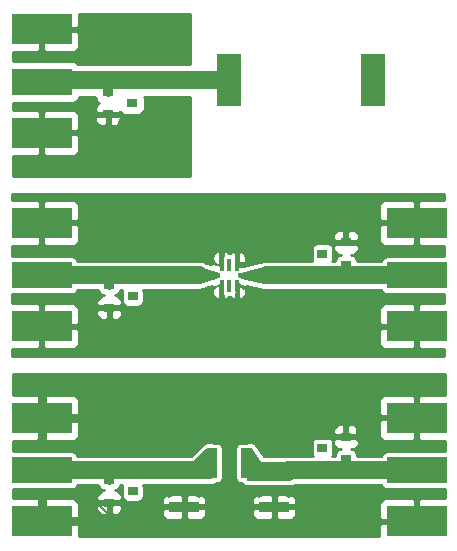
<source format=gbr>
G04 #@! TF.GenerationSoftware,KiCad,Pcbnew,(2017-05-02 revision e4d2924ee)-makepkg*
G04 #@! TF.CreationDate,2017-08-14T20:40:29-05:00*
G04 #@! TF.ProjectId,MiscRf,4D69736352662E6B696361645F706362,rev?*
G04 #@! TF.FileFunction,Copper,L1,Top,Signal*
G04 #@! TF.FilePolarity,Positive*
%FSLAX46Y46*%
G04 Gerber Fmt 4.6, Leading zero omitted, Abs format (unit mm)*
G04 Created by KiCad (PCBNEW (2017-05-02 revision e4d2924ee)-makepkg) date 08/14/17 20:40:29*
%MOMM*%
%LPD*%
G01*
G04 APERTURE LIST*
%ADD10C,0.100000*%
%ADD11R,2.000000X4.500000*%
%ADD12R,0.900000X0.800000*%
%ADD13R,5.080000X2.616200*%
%ADD14R,5.080000X2.286000*%
%ADD15R,2.500000X0.900000*%
%ADD16R,0.900000X2.500000*%
%ADD17R,0.350000X1.000000*%
%ADD18R,1.000000X0.350000*%
%ADD19C,0.800000*%
%ADD20C,1.524000*%
%ADD21C,0.762000*%
%ADD22C,0.203200*%
%ADD23C,0.250000*%
%ADD24C,0.254000*%
G04 APERTURE END LIST*
D10*
D11*
X177165000Y-57150000D03*
X189365000Y-57150000D03*
D12*
X168910000Y-59055000D03*
X166910000Y-60005000D03*
X166910000Y-58105000D03*
X167005000Y-74488000D03*
X167005000Y-76388000D03*
X169005000Y-75438000D03*
X169005000Y-91948000D03*
X167005000Y-92898000D03*
X167005000Y-90998000D03*
X185055000Y-71816000D03*
X187055000Y-70866000D03*
X187055000Y-72766000D03*
X187055000Y-89215000D03*
X187055000Y-87315000D03*
X185055000Y-88265000D03*
D13*
X161290000Y-61595000D03*
X161290000Y-52832000D03*
D14*
X161290000Y-57277000D03*
X161290000Y-73660000D03*
D13*
X161290000Y-69215000D03*
X161290000Y-77978000D03*
X193040000Y-77978000D03*
X193040000Y-69215000D03*
D14*
X193040000Y-73660000D03*
X161290000Y-90170000D03*
D13*
X161290000Y-85725000D03*
X161290000Y-94488000D03*
X193040000Y-94488000D03*
X193040000Y-85725000D03*
D14*
X193040000Y-90170000D03*
D15*
X173355000Y-93271000D03*
X173355000Y-90371000D03*
D16*
X175715000Y-89535000D03*
X178615000Y-89535000D03*
D15*
X180975000Y-90371000D03*
X180975000Y-93271000D03*
D17*
X177815000Y-72760000D03*
X177165000Y-72760000D03*
X176515000Y-72760000D03*
D18*
X175890000Y-73660000D03*
D17*
X176515000Y-74560000D03*
X177165000Y-74560000D03*
X177815000Y-74560000D03*
D18*
X178440000Y-73660000D03*
D19*
X160020000Y-92075000D03*
X162560000Y-92075000D03*
X165100000Y-92075000D03*
X167005000Y-94615000D03*
X169545000Y-93345000D03*
X172085000Y-92075000D03*
X174625000Y-92075000D03*
X177165000Y-92075000D03*
X179705000Y-92075000D03*
X182245000Y-92075000D03*
X184785000Y-92075000D03*
X188595000Y-92075000D03*
X191135000Y-92075000D03*
X193675000Y-92075000D03*
X193675000Y-88265000D03*
X191135000Y-88265000D03*
X188595000Y-88265000D03*
X187960000Y-85725000D03*
X184785000Y-86995000D03*
X182880000Y-88265000D03*
X180340000Y-88265000D03*
X177165000Y-87630000D03*
X174625000Y-87630000D03*
X172085000Y-88265000D03*
X169545000Y-88265000D03*
X167005000Y-88265000D03*
X164465000Y-88265000D03*
X161925000Y-88265000D03*
X159385000Y-88265000D03*
X173482000Y-58928000D03*
X170942000Y-58928000D03*
X168148000Y-60706000D03*
X165608000Y-59436000D03*
X163068000Y-59436000D03*
X161290000Y-59436000D03*
X173355000Y-55245000D03*
X170815000Y-55245000D03*
X168275000Y-55245000D03*
X165735000Y-55245000D03*
X163195000Y-55245000D03*
X161290000Y-55245000D03*
X165735000Y-75565000D03*
X163195000Y-75565000D03*
X161290000Y-75565000D03*
X194310000Y-71755000D03*
X191770000Y-71755000D03*
X188595000Y-71755000D03*
X194310000Y-75565000D03*
X191770000Y-75565000D03*
X188595000Y-75565000D03*
X186055000Y-75565000D03*
X183515000Y-75565000D03*
X180975000Y-75565000D03*
X183515000Y-71755000D03*
X180975000Y-71755000D03*
X161290000Y-71755000D03*
X163195000Y-71755000D03*
X165735000Y-71755000D03*
X167640000Y-71755000D03*
X169545000Y-71755000D03*
X171450000Y-71755000D03*
X173355000Y-71755000D03*
X169545000Y-76835000D03*
X171450000Y-75565000D03*
X173355000Y-75565000D03*
X175260000Y-72009000D03*
X178943000Y-72136000D03*
X179070000Y-75311000D03*
X175260000Y-75438000D03*
X177800000Y-76073000D03*
X176530000Y-76073000D03*
X177800000Y-71247000D03*
X176530000Y-71247000D03*
D20*
X177165000Y-57150000D02*
X167005000Y-57150000D01*
X167005000Y-57150000D02*
X161417000Y-57150000D01*
D21*
X166910000Y-58105000D02*
X166910000Y-57245000D01*
X166910000Y-57245000D02*
X167005000Y-57150000D01*
D20*
X161417000Y-57150000D02*
X161290000Y-57277000D01*
D22*
X162560000Y-92075000D02*
X160020000Y-92075000D01*
X167005000Y-94615000D02*
X167005000Y-93980000D01*
X167005000Y-93980000D02*
X165100000Y-92075000D01*
X172085000Y-92075000D02*
X170815000Y-92075000D01*
X170815000Y-92075000D02*
X169545000Y-93345000D01*
X177165000Y-92075000D02*
X174625000Y-92075000D01*
X182245000Y-92075000D02*
X179705000Y-92075000D01*
X188595000Y-92075000D02*
X184785000Y-92075000D01*
X193675000Y-92075000D02*
X191135000Y-92075000D01*
X191135000Y-88265000D02*
X193675000Y-88265000D01*
X187960000Y-85725000D02*
X187960000Y-87630000D01*
X187960000Y-87630000D02*
X188595000Y-88265000D01*
X182880000Y-88265000D02*
X183515000Y-88265000D01*
X183515000Y-88265000D02*
X184785000Y-86995000D01*
X177165000Y-87630000D02*
X179705000Y-87630000D01*
X179705000Y-87630000D02*
X180340000Y-88265000D01*
X172085000Y-88265000D02*
X173990000Y-88265000D01*
X173990000Y-88265000D02*
X174625000Y-87630000D01*
X167005000Y-88265000D02*
X169545000Y-88265000D01*
X161925000Y-88265000D02*
X164465000Y-88265000D01*
X161290000Y-85725000D02*
X161290000Y-87236300D01*
X161290000Y-87236300D02*
X160261300Y-88265000D01*
X160261300Y-88265000D02*
X159385000Y-88265000D01*
X168148000Y-60706000D02*
X168547999Y-60306001D01*
X168547999Y-60306001D02*
X169563999Y-60306001D01*
X169563999Y-60306001D02*
X170942000Y-58928000D01*
X163068000Y-59436000D02*
X165608000Y-59436000D01*
X161290000Y-61595000D02*
X161290000Y-59436000D01*
X168275000Y-55245000D02*
X170815000Y-55245000D01*
X163195000Y-55245000D02*
X165735000Y-55245000D01*
X161290000Y-52832000D02*
X161290000Y-55245000D01*
X161290000Y-75565000D02*
X163195000Y-75565000D01*
X188595000Y-71755000D02*
X191770000Y-71755000D01*
X191770000Y-75565000D02*
X194310000Y-75565000D01*
X186055000Y-75565000D02*
X188595000Y-75565000D01*
X180975000Y-75565000D02*
X183515000Y-75565000D01*
X180975000Y-71755000D02*
X183515000Y-71755000D01*
X165735000Y-71755000D02*
X163195000Y-71755000D01*
X169545000Y-71755000D02*
X167640000Y-71755000D01*
X173355000Y-71755000D02*
X171450000Y-71755000D01*
X171450000Y-75565000D02*
X170815000Y-75565000D01*
X170815000Y-75565000D02*
X169545000Y-76835000D01*
X175260000Y-75438000D02*
X173482000Y-75438000D01*
X173482000Y-75438000D02*
X173355000Y-75565000D01*
X176515000Y-72760000D02*
X176011000Y-72760000D01*
X176011000Y-72760000D02*
X175260000Y-72009000D01*
X177815000Y-72760000D02*
X178319000Y-72760000D01*
X178319000Y-72760000D02*
X178943000Y-72136000D01*
X177815000Y-74560000D02*
X178319000Y-74560000D01*
X178319000Y-74560000D02*
X179070000Y-75311000D01*
X176515000Y-74560000D02*
X176138000Y-74560000D01*
X176138000Y-74560000D02*
X175260000Y-75438000D01*
X177815000Y-74560000D02*
X177815000Y-76058000D01*
X177815000Y-76058000D02*
X177800000Y-76073000D01*
X176515000Y-74560000D02*
X176515000Y-76058000D01*
X176515000Y-76058000D02*
X176530000Y-76073000D01*
X177815000Y-72760000D02*
X177815000Y-71262000D01*
X177815000Y-71262000D02*
X177800000Y-71247000D01*
X176515000Y-72760000D02*
X176515000Y-71262000D01*
X176515000Y-71262000D02*
X176530000Y-71247000D01*
X175766800Y-72390000D02*
X175641000Y-72390000D01*
X176515000Y-72760000D02*
X176136800Y-72760000D01*
X176136800Y-72760000D02*
X175766800Y-72390000D01*
X177815000Y-74560000D02*
X178193200Y-74560000D01*
X178193200Y-74560000D02*
X178816000Y-75182800D01*
X176515000Y-74560000D02*
X176136800Y-74560000D01*
X176136800Y-74560000D02*
X175641000Y-75055800D01*
D21*
X161290000Y-94488000D02*
X165100000Y-94488000D01*
X161201100Y-92329000D02*
X161290000Y-92417900D01*
X161290000Y-94488000D02*
X161290000Y-92417900D01*
X161201100Y-87884000D02*
X161290000Y-87795100D01*
X161290000Y-85725000D02*
X161290000Y-87795100D01*
X161290000Y-85725000D02*
X165227000Y-85725000D01*
X161290000Y-85725000D02*
X161290000Y-82931000D01*
D23*
X175890000Y-73660000D02*
X174625000Y-73660000D01*
D21*
X167005000Y-74488000D02*
X167005000Y-73773000D01*
D20*
X161290000Y-73660000D02*
X167005000Y-73660000D01*
X167005000Y-73660000D02*
X174625000Y-73660000D01*
D21*
X167005000Y-73773000D02*
X167005000Y-73660000D01*
D23*
X173355000Y-90371000D02*
X174879000Y-90371000D01*
X174879000Y-90371000D02*
X175715000Y-89535000D01*
D20*
X161290000Y-90170000D02*
X167005000Y-90170000D01*
X167005000Y-90170000D02*
X174117000Y-90170000D01*
D21*
X167005000Y-90998000D02*
X167005000Y-90170000D01*
D23*
X178440000Y-73660000D02*
X180340000Y-73660000D01*
D20*
X193040000Y-73660000D02*
X187071000Y-73660000D01*
X187071000Y-73660000D02*
X180340000Y-73660000D01*
D21*
X187055000Y-72766000D02*
X187055000Y-73644000D01*
X187055000Y-73644000D02*
X187071000Y-73660000D01*
D23*
X180975000Y-90371000D02*
X179451000Y-90371000D01*
X179451000Y-90371000D02*
X178615000Y-89535000D01*
D20*
X191643000Y-90170000D02*
X187198000Y-90170000D01*
X187198000Y-90170000D02*
X182245000Y-90170000D01*
D21*
X187055000Y-89215000D02*
X187055000Y-90027000D01*
X187055000Y-90027000D02*
X187198000Y-90170000D01*
D20*
X193040000Y-90170000D02*
X191643000Y-90170000D01*
D24*
G36*
X176523843Y-75060000D02*
X176559327Y-75238391D01*
X176602500Y-75303004D01*
X176602500Y-75536250D01*
X176761250Y-75695000D01*
X176816309Y-75695000D01*
X177049698Y-75598327D01*
X177121868Y-75526157D01*
X177208132Y-75526157D01*
X177280302Y-75598327D01*
X177513691Y-75695000D01*
X177568750Y-75695000D01*
X177727500Y-75536250D01*
X177727500Y-75303004D01*
X177770673Y-75238391D01*
X177806157Y-75060000D01*
X177806157Y-74413000D01*
X177871018Y-74413000D01*
X177902500Y-74419392D01*
X177902500Y-74433000D01*
X177962000Y-74433000D01*
X177962000Y-74687000D01*
X177902500Y-74687000D01*
X177902500Y-75536250D01*
X178061250Y-75695000D01*
X178116309Y-75695000D01*
X178349698Y-75598327D01*
X178528327Y-75419699D01*
X178625000Y-75186310D01*
X178625000Y-74845750D01*
X178466252Y-74687002D01*
X178625000Y-74687002D01*
X178625000Y-74566093D01*
X180122024Y-74870057D01*
X180213000Y-74879200D01*
X180276500Y-74866569D01*
X180340000Y-74879200D01*
X190049000Y-74879200D01*
X190069327Y-74981391D01*
X190170377Y-75132623D01*
X190321609Y-75233673D01*
X190500000Y-75269157D01*
X195386566Y-75269157D01*
X195386566Y-76034900D01*
X193325750Y-76034900D01*
X193167000Y-76193650D01*
X193167000Y-77851000D01*
X193187000Y-77851000D01*
X193187000Y-78105000D01*
X193167000Y-78105000D01*
X193167000Y-79762350D01*
X193325750Y-79921100D01*
X195386566Y-79921100D01*
X195386566Y-80518000D01*
X158810566Y-80518000D01*
X158810566Y-79921100D01*
X161004250Y-79921100D01*
X161163000Y-79762350D01*
X161163000Y-78105000D01*
X161417000Y-78105000D01*
X161417000Y-79762350D01*
X161575750Y-79921100D01*
X163956310Y-79921100D01*
X164189699Y-79824427D01*
X164368327Y-79645798D01*
X164465000Y-79412409D01*
X164465000Y-78263750D01*
X189865000Y-78263750D01*
X189865000Y-79412409D01*
X189961673Y-79645798D01*
X190140301Y-79824427D01*
X190373690Y-79921100D01*
X192754250Y-79921100D01*
X192913000Y-79762350D01*
X192913000Y-78105000D01*
X190023750Y-78105000D01*
X189865000Y-78263750D01*
X164465000Y-78263750D01*
X164306250Y-78105000D01*
X161417000Y-78105000D01*
X161163000Y-78105000D01*
X161143000Y-78105000D01*
X161143000Y-77851000D01*
X161163000Y-77851000D01*
X161163000Y-76193650D01*
X161417000Y-76193650D01*
X161417000Y-77851000D01*
X164306250Y-77851000D01*
X164465000Y-77692250D01*
X164465000Y-76673750D01*
X165920000Y-76673750D01*
X165920000Y-76914310D01*
X166016673Y-77147699D01*
X166195302Y-77326327D01*
X166428691Y-77423000D01*
X166719250Y-77423000D01*
X166878000Y-77264250D01*
X166878000Y-76515000D01*
X167132000Y-76515000D01*
X167132000Y-77264250D01*
X167290750Y-77423000D01*
X167581309Y-77423000D01*
X167814698Y-77326327D01*
X167993327Y-77147699D01*
X168090000Y-76914310D01*
X168090000Y-76673750D01*
X167959841Y-76543591D01*
X189865000Y-76543591D01*
X189865000Y-77692250D01*
X190023750Y-77851000D01*
X192913000Y-77851000D01*
X192913000Y-76193650D01*
X192754250Y-76034900D01*
X190373690Y-76034900D01*
X190140301Y-76131573D01*
X189961673Y-76310202D01*
X189865000Y-76543591D01*
X167959841Y-76543591D01*
X167931250Y-76515000D01*
X167132000Y-76515000D01*
X166878000Y-76515000D01*
X166078750Y-76515000D01*
X165920000Y-76673750D01*
X164465000Y-76673750D01*
X164465000Y-76543591D01*
X164368327Y-76310202D01*
X164189699Y-76131573D01*
X163956310Y-76034900D01*
X161575750Y-76034900D01*
X161417000Y-76193650D01*
X161163000Y-76193650D01*
X161004250Y-76034900D01*
X158810566Y-76034900D01*
X158810566Y-75269157D01*
X163830000Y-75269157D01*
X164008391Y-75233673D01*
X164159623Y-75132623D01*
X164260673Y-74981391D01*
X164281000Y-74879200D01*
X166088843Y-74879200D01*
X166088843Y-74888000D01*
X166124327Y-75066391D01*
X166225377Y-75217623D01*
X166376609Y-75318673D01*
X166549183Y-75353000D01*
X166428691Y-75353000D01*
X166195302Y-75449673D01*
X166016673Y-75628301D01*
X165920000Y-75861690D01*
X165920000Y-76102250D01*
X166078750Y-76261000D01*
X166878000Y-76261000D01*
X166878000Y-76241000D01*
X167132000Y-76241000D01*
X167132000Y-76261000D01*
X167931250Y-76261000D01*
X168090000Y-76102250D01*
X168090000Y-75861690D01*
X167993327Y-75628301D01*
X167814698Y-75449673D01*
X167581309Y-75353000D01*
X167460817Y-75353000D01*
X167633391Y-75318673D01*
X167784623Y-75217623D01*
X167885673Y-75066391D01*
X167921157Y-74888000D01*
X167921157Y-74879200D01*
X168120430Y-74879200D01*
X168088843Y-75038000D01*
X168088843Y-75838000D01*
X168124327Y-76016391D01*
X168225377Y-76167623D01*
X168376609Y-76268673D01*
X168555000Y-76304157D01*
X169455000Y-76304157D01*
X169633391Y-76268673D01*
X169784623Y-76167623D01*
X169885673Y-76016391D01*
X169921157Y-75838000D01*
X169921157Y-75038000D01*
X169889570Y-74879200D01*
X174625000Y-74879200D01*
X174687295Y-74866809D01*
X174750602Y-74861609D01*
X174835770Y-74837275D01*
X175091568Y-74786394D01*
X175149623Y-74747603D01*
X175705000Y-74588924D01*
X175705000Y-74687002D01*
X175863748Y-74687002D01*
X175705000Y-74845750D01*
X175705000Y-75186310D01*
X175801673Y-75419699D01*
X175980302Y-75598327D01*
X176213691Y-75695000D01*
X176268750Y-75695000D01*
X176427500Y-75536250D01*
X176427500Y-74687000D01*
X176368000Y-74687000D01*
X176368000Y-74433000D01*
X176427500Y-74433000D01*
X176427500Y-74413000D01*
X176523843Y-74413000D01*
X176523843Y-75060000D01*
X176523843Y-75060000D01*
G37*
X176523843Y-75060000D02*
X176559327Y-75238391D01*
X176602500Y-75303004D01*
X176602500Y-75536250D01*
X176761250Y-75695000D01*
X176816309Y-75695000D01*
X177049698Y-75598327D01*
X177121868Y-75526157D01*
X177208132Y-75526157D01*
X177280302Y-75598327D01*
X177513691Y-75695000D01*
X177568750Y-75695000D01*
X177727500Y-75536250D01*
X177727500Y-75303004D01*
X177770673Y-75238391D01*
X177806157Y-75060000D01*
X177806157Y-74413000D01*
X177871018Y-74413000D01*
X177902500Y-74419392D01*
X177902500Y-74433000D01*
X177962000Y-74433000D01*
X177962000Y-74687000D01*
X177902500Y-74687000D01*
X177902500Y-75536250D01*
X178061250Y-75695000D01*
X178116309Y-75695000D01*
X178349698Y-75598327D01*
X178528327Y-75419699D01*
X178625000Y-75186310D01*
X178625000Y-74845750D01*
X178466252Y-74687002D01*
X178625000Y-74687002D01*
X178625000Y-74566093D01*
X180122024Y-74870057D01*
X180213000Y-74879200D01*
X180276500Y-74866569D01*
X180340000Y-74879200D01*
X190049000Y-74879200D01*
X190069327Y-74981391D01*
X190170377Y-75132623D01*
X190321609Y-75233673D01*
X190500000Y-75269157D01*
X195386566Y-75269157D01*
X195386566Y-76034900D01*
X193325750Y-76034900D01*
X193167000Y-76193650D01*
X193167000Y-77851000D01*
X193187000Y-77851000D01*
X193187000Y-78105000D01*
X193167000Y-78105000D01*
X193167000Y-79762350D01*
X193325750Y-79921100D01*
X195386566Y-79921100D01*
X195386566Y-80518000D01*
X158810566Y-80518000D01*
X158810566Y-79921100D01*
X161004250Y-79921100D01*
X161163000Y-79762350D01*
X161163000Y-78105000D01*
X161417000Y-78105000D01*
X161417000Y-79762350D01*
X161575750Y-79921100D01*
X163956310Y-79921100D01*
X164189699Y-79824427D01*
X164368327Y-79645798D01*
X164465000Y-79412409D01*
X164465000Y-78263750D01*
X189865000Y-78263750D01*
X189865000Y-79412409D01*
X189961673Y-79645798D01*
X190140301Y-79824427D01*
X190373690Y-79921100D01*
X192754250Y-79921100D01*
X192913000Y-79762350D01*
X192913000Y-78105000D01*
X190023750Y-78105000D01*
X189865000Y-78263750D01*
X164465000Y-78263750D01*
X164306250Y-78105000D01*
X161417000Y-78105000D01*
X161163000Y-78105000D01*
X161143000Y-78105000D01*
X161143000Y-77851000D01*
X161163000Y-77851000D01*
X161163000Y-76193650D01*
X161417000Y-76193650D01*
X161417000Y-77851000D01*
X164306250Y-77851000D01*
X164465000Y-77692250D01*
X164465000Y-76673750D01*
X165920000Y-76673750D01*
X165920000Y-76914310D01*
X166016673Y-77147699D01*
X166195302Y-77326327D01*
X166428691Y-77423000D01*
X166719250Y-77423000D01*
X166878000Y-77264250D01*
X166878000Y-76515000D01*
X167132000Y-76515000D01*
X167132000Y-77264250D01*
X167290750Y-77423000D01*
X167581309Y-77423000D01*
X167814698Y-77326327D01*
X167993327Y-77147699D01*
X168090000Y-76914310D01*
X168090000Y-76673750D01*
X167959841Y-76543591D01*
X189865000Y-76543591D01*
X189865000Y-77692250D01*
X190023750Y-77851000D01*
X192913000Y-77851000D01*
X192913000Y-76193650D01*
X192754250Y-76034900D01*
X190373690Y-76034900D01*
X190140301Y-76131573D01*
X189961673Y-76310202D01*
X189865000Y-76543591D01*
X167959841Y-76543591D01*
X167931250Y-76515000D01*
X167132000Y-76515000D01*
X166878000Y-76515000D01*
X166078750Y-76515000D01*
X165920000Y-76673750D01*
X164465000Y-76673750D01*
X164465000Y-76543591D01*
X164368327Y-76310202D01*
X164189699Y-76131573D01*
X163956310Y-76034900D01*
X161575750Y-76034900D01*
X161417000Y-76193650D01*
X161163000Y-76193650D01*
X161004250Y-76034900D01*
X158810566Y-76034900D01*
X158810566Y-75269157D01*
X163830000Y-75269157D01*
X164008391Y-75233673D01*
X164159623Y-75132623D01*
X164260673Y-74981391D01*
X164281000Y-74879200D01*
X166088843Y-74879200D01*
X166088843Y-74888000D01*
X166124327Y-75066391D01*
X166225377Y-75217623D01*
X166376609Y-75318673D01*
X166549183Y-75353000D01*
X166428691Y-75353000D01*
X166195302Y-75449673D01*
X166016673Y-75628301D01*
X165920000Y-75861690D01*
X165920000Y-76102250D01*
X166078750Y-76261000D01*
X166878000Y-76261000D01*
X166878000Y-76241000D01*
X167132000Y-76241000D01*
X167132000Y-76261000D01*
X167931250Y-76261000D01*
X168090000Y-76102250D01*
X168090000Y-75861690D01*
X167993327Y-75628301D01*
X167814698Y-75449673D01*
X167581309Y-75353000D01*
X167460817Y-75353000D01*
X167633391Y-75318673D01*
X167784623Y-75217623D01*
X167885673Y-75066391D01*
X167921157Y-74888000D01*
X167921157Y-74879200D01*
X168120430Y-74879200D01*
X168088843Y-75038000D01*
X168088843Y-75838000D01*
X168124327Y-76016391D01*
X168225377Y-76167623D01*
X168376609Y-76268673D01*
X168555000Y-76304157D01*
X169455000Y-76304157D01*
X169633391Y-76268673D01*
X169784623Y-76167623D01*
X169885673Y-76016391D01*
X169921157Y-75838000D01*
X169921157Y-75038000D01*
X169889570Y-74879200D01*
X174625000Y-74879200D01*
X174687295Y-74866809D01*
X174750602Y-74861609D01*
X174835770Y-74837275D01*
X175091568Y-74786394D01*
X175149623Y-74747603D01*
X175705000Y-74588924D01*
X175705000Y-74687002D01*
X175863748Y-74687002D01*
X175705000Y-74845750D01*
X175705000Y-75186310D01*
X175801673Y-75419699D01*
X175980302Y-75598327D01*
X176213691Y-75695000D01*
X176268750Y-75695000D01*
X176427500Y-75536250D01*
X176427500Y-74687000D01*
X176368000Y-74687000D01*
X176368000Y-74433000D01*
X176427500Y-74433000D01*
X176427500Y-74413000D01*
X176523843Y-74413000D01*
X176523843Y-75060000D01*
G36*
X195386566Y-67271900D02*
X193325750Y-67271900D01*
X193167000Y-67430650D01*
X193167000Y-69088000D01*
X193187000Y-69088000D01*
X193187000Y-69342000D01*
X193167000Y-69342000D01*
X193167000Y-70999350D01*
X193325750Y-71158100D01*
X195386566Y-71158100D01*
X195386566Y-72050843D01*
X190500000Y-72050843D01*
X190321609Y-72086327D01*
X190170377Y-72187377D01*
X190069327Y-72338609D01*
X190049000Y-72440800D01*
X187971157Y-72440800D01*
X187971157Y-72366000D01*
X187935673Y-72187609D01*
X187834623Y-72036377D01*
X187683391Y-71935327D01*
X187510817Y-71901000D01*
X187631309Y-71901000D01*
X187864698Y-71804327D01*
X188043327Y-71625699D01*
X188140000Y-71392310D01*
X188140000Y-71151750D01*
X187981250Y-70993000D01*
X187182000Y-70993000D01*
X187182000Y-71013000D01*
X186928000Y-71013000D01*
X186928000Y-70993000D01*
X186128750Y-70993000D01*
X185970000Y-71151750D01*
X185970000Y-71392310D01*
X186066673Y-71625699D01*
X186245302Y-71804327D01*
X186478691Y-71901000D01*
X186599183Y-71901000D01*
X186426609Y-71935327D01*
X186275377Y-72036377D01*
X186174327Y-72187609D01*
X186138843Y-72366000D01*
X186138843Y-72440800D01*
X185904663Y-72440800D01*
X185935673Y-72394391D01*
X185971157Y-72216000D01*
X185971157Y-71416000D01*
X185935673Y-71237609D01*
X185834623Y-71086377D01*
X185683391Y-70985327D01*
X185505000Y-70949843D01*
X184605000Y-70949843D01*
X184426609Y-70985327D01*
X184275377Y-71086377D01*
X184174327Y-71237609D01*
X184138843Y-71416000D01*
X184138843Y-72216000D01*
X184174327Y-72394391D01*
X184205337Y-72440800D01*
X180340000Y-72440800D01*
X180293204Y-72450108D01*
X180281950Y-72446029D01*
X180103740Y-72454047D01*
X178344532Y-72887000D01*
X177902500Y-72887000D01*
X177902500Y-72907000D01*
X177806157Y-72907000D01*
X177806157Y-72260000D01*
X177770673Y-72081609D01*
X177727500Y-72016996D01*
X177727500Y-71783750D01*
X177902500Y-71783750D01*
X177902500Y-72633000D01*
X178466250Y-72633000D01*
X178625000Y-72474250D01*
X178625000Y-72133690D01*
X178528327Y-71900301D01*
X178349698Y-71721673D01*
X178116309Y-71625000D01*
X178061250Y-71625000D01*
X177902500Y-71783750D01*
X177727500Y-71783750D01*
X177568750Y-71625000D01*
X177513691Y-71625000D01*
X177280302Y-71721673D01*
X177208132Y-71793843D01*
X177121868Y-71793843D01*
X177049698Y-71721673D01*
X176816309Y-71625000D01*
X176761250Y-71625000D01*
X176602500Y-71783750D01*
X176602500Y-72016996D01*
X176559327Y-72081609D01*
X176523843Y-72260000D01*
X176523843Y-72907000D01*
X176427500Y-72907000D01*
X176427500Y-72887000D01*
X176368000Y-72887000D01*
X176368000Y-72633000D01*
X176427500Y-72633000D01*
X176427500Y-71783750D01*
X176268750Y-71625000D01*
X176213691Y-71625000D01*
X175980302Y-71721673D01*
X175801673Y-71900301D01*
X175705000Y-72133690D01*
X175705000Y-72474250D01*
X175863748Y-72632998D01*
X175705000Y-72632998D01*
X175705000Y-72731076D01*
X175149623Y-72572397D01*
X175091568Y-72533606D01*
X174835770Y-72482725D01*
X174750602Y-72458391D01*
X174625000Y-72440800D01*
X164281000Y-72440800D01*
X164260673Y-72338609D01*
X164159623Y-72187377D01*
X164008391Y-72086327D01*
X163830000Y-72050843D01*
X158810566Y-72050843D01*
X158810566Y-71158100D01*
X161004250Y-71158100D01*
X161163000Y-70999350D01*
X161163000Y-69342000D01*
X161417000Y-69342000D01*
X161417000Y-70999350D01*
X161575750Y-71158100D01*
X163956310Y-71158100D01*
X164189699Y-71061427D01*
X164368327Y-70882798D01*
X164465000Y-70649409D01*
X164465000Y-70339690D01*
X185970000Y-70339690D01*
X185970000Y-70580250D01*
X186128750Y-70739000D01*
X186928000Y-70739000D01*
X186928000Y-69989750D01*
X187182000Y-69989750D01*
X187182000Y-70739000D01*
X187981250Y-70739000D01*
X188140000Y-70580250D01*
X188140000Y-70339690D01*
X188043327Y-70106301D01*
X187864698Y-69927673D01*
X187631309Y-69831000D01*
X187340750Y-69831000D01*
X187182000Y-69989750D01*
X186928000Y-69989750D01*
X186769250Y-69831000D01*
X186478691Y-69831000D01*
X186245302Y-69927673D01*
X186066673Y-70106301D01*
X185970000Y-70339690D01*
X164465000Y-70339690D01*
X164465000Y-69500750D01*
X189865000Y-69500750D01*
X189865000Y-70649409D01*
X189961673Y-70882798D01*
X190140301Y-71061427D01*
X190373690Y-71158100D01*
X192754250Y-71158100D01*
X192913000Y-70999350D01*
X192913000Y-69342000D01*
X190023750Y-69342000D01*
X189865000Y-69500750D01*
X164465000Y-69500750D01*
X164306250Y-69342000D01*
X161417000Y-69342000D01*
X161163000Y-69342000D01*
X161143000Y-69342000D01*
X161143000Y-69088000D01*
X161163000Y-69088000D01*
X161163000Y-67430650D01*
X161417000Y-67430650D01*
X161417000Y-69088000D01*
X164306250Y-69088000D01*
X164465000Y-68929250D01*
X164465000Y-67780591D01*
X189865000Y-67780591D01*
X189865000Y-68929250D01*
X190023750Y-69088000D01*
X192913000Y-69088000D01*
X192913000Y-67430650D01*
X192754250Y-67271900D01*
X190373690Y-67271900D01*
X190140301Y-67368573D01*
X189961673Y-67547202D01*
X189865000Y-67780591D01*
X164465000Y-67780591D01*
X164368327Y-67547202D01*
X164189699Y-67368573D01*
X163956310Y-67271900D01*
X161575750Y-67271900D01*
X161417000Y-67430650D01*
X161163000Y-67430650D01*
X161004250Y-67271900D01*
X158810566Y-67271900D01*
X158810566Y-66802000D01*
X195386566Y-66802000D01*
X195386566Y-67271900D01*
X195386566Y-67271900D01*
G37*
X195386566Y-67271900D02*
X193325750Y-67271900D01*
X193167000Y-67430650D01*
X193167000Y-69088000D01*
X193187000Y-69088000D01*
X193187000Y-69342000D01*
X193167000Y-69342000D01*
X193167000Y-70999350D01*
X193325750Y-71158100D01*
X195386566Y-71158100D01*
X195386566Y-72050843D01*
X190500000Y-72050843D01*
X190321609Y-72086327D01*
X190170377Y-72187377D01*
X190069327Y-72338609D01*
X190049000Y-72440800D01*
X187971157Y-72440800D01*
X187971157Y-72366000D01*
X187935673Y-72187609D01*
X187834623Y-72036377D01*
X187683391Y-71935327D01*
X187510817Y-71901000D01*
X187631309Y-71901000D01*
X187864698Y-71804327D01*
X188043327Y-71625699D01*
X188140000Y-71392310D01*
X188140000Y-71151750D01*
X187981250Y-70993000D01*
X187182000Y-70993000D01*
X187182000Y-71013000D01*
X186928000Y-71013000D01*
X186928000Y-70993000D01*
X186128750Y-70993000D01*
X185970000Y-71151750D01*
X185970000Y-71392310D01*
X186066673Y-71625699D01*
X186245302Y-71804327D01*
X186478691Y-71901000D01*
X186599183Y-71901000D01*
X186426609Y-71935327D01*
X186275377Y-72036377D01*
X186174327Y-72187609D01*
X186138843Y-72366000D01*
X186138843Y-72440800D01*
X185904663Y-72440800D01*
X185935673Y-72394391D01*
X185971157Y-72216000D01*
X185971157Y-71416000D01*
X185935673Y-71237609D01*
X185834623Y-71086377D01*
X185683391Y-70985327D01*
X185505000Y-70949843D01*
X184605000Y-70949843D01*
X184426609Y-70985327D01*
X184275377Y-71086377D01*
X184174327Y-71237609D01*
X184138843Y-71416000D01*
X184138843Y-72216000D01*
X184174327Y-72394391D01*
X184205337Y-72440800D01*
X180340000Y-72440800D01*
X180293204Y-72450108D01*
X180281950Y-72446029D01*
X180103740Y-72454047D01*
X178344532Y-72887000D01*
X177902500Y-72887000D01*
X177902500Y-72907000D01*
X177806157Y-72907000D01*
X177806157Y-72260000D01*
X177770673Y-72081609D01*
X177727500Y-72016996D01*
X177727500Y-71783750D01*
X177902500Y-71783750D01*
X177902500Y-72633000D01*
X178466250Y-72633000D01*
X178625000Y-72474250D01*
X178625000Y-72133690D01*
X178528327Y-71900301D01*
X178349698Y-71721673D01*
X178116309Y-71625000D01*
X178061250Y-71625000D01*
X177902500Y-71783750D01*
X177727500Y-71783750D01*
X177568750Y-71625000D01*
X177513691Y-71625000D01*
X177280302Y-71721673D01*
X177208132Y-71793843D01*
X177121868Y-71793843D01*
X177049698Y-71721673D01*
X176816309Y-71625000D01*
X176761250Y-71625000D01*
X176602500Y-71783750D01*
X176602500Y-72016996D01*
X176559327Y-72081609D01*
X176523843Y-72260000D01*
X176523843Y-72907000D01*
X176427500Y-72907000D01*
X176427500Y-72887000D01*
X176368000Y-72887000D01*
X176368000Y-72633000D01*
X176427500Y-72633000D01*
X176427500Y-71783750D01*
X176268750Y-71625000D01*
X176213691Y-71625000D01*
X175980302Y-71721673D01*
X175801673Y-71900301D01*
X175705000Y-72133690D01*
X175705000Y-72474250D01*
X175863748Y-72632998D01*
X175705000Y-72632998D01*
X175705000Y-72731076D01*
X175149623Y-72572397D01*
X175091568Y-72533606D01*
X174835770Y-72482725D01*
X174750602Y-72458391D01*
X174625000Y-72440800D01*
X164281000Y-72440800D01*
X164260673Y-72338609D01*
X164159623Y-72187377D01*
X164008391Y-72086327D01*
X163830000Y-72050843D01*
X158810566Y-72050843D01*
X158810566Y-71158100D01*
X161004250Y-71158100D01*
X161163000Y-70999350D01*
X161163000Y-69342000D01*
X161417000Y-69342000D01*
X161417000Y-70999350D01*
X161575750Y-71158100D01*
X163956310Y-71158100D01*
X164189699Y-71061427D01*
X164368327Y-70882798D01*
X164465000Y-70649409D01*
X164465000Y-70339690D01*
X185970000Y-70339690D01*
X185970000Y-70580250D01*
X186128750Y-70739000D01*
X186928000Y-70739000D01*
X186928000Y-69989750D01*
X187182000Y-69989750D01*
X187182000Y-70739000D01*
X187981250Y-70739000D01*
X188140000Y-70580250D01*
X188140000Y-70339690D01*
X188043327Y-70106301D01*
X187864698Y-69927673D01*
X187631309Y-69831000D01*
X187340750Y-69831000D01*
X187182000Y-69989750D01*
X186928000Y-69989750D01*
X186769250Y-69831000D01*
X186478691Y-69831000D01*
X186245302Y-69927673D01*
X186066673Y-70106301D01*
X185970000Y-70339690D01*
X164465000Y-70339690D01*
X164465000Y-69500750D01*
X189865000Y-69500750D01*
X189865000Y-70649409D01*
X189961673Y-70882798D01*
X190140301Y-71061427D01*
X190373690Y-71158100D01*
X192754250Y-71158100D01*
X192913000Y-70999350D01*
X192913000Y-69342000D01*
X190023750Y-69342000D01*
X189865000Y-69500750D01*
X164465000Y-69500750D01*
X164306250Y-69342000D01*
X161417000Y-69342000D01*
X161163000Y-69342000D01*
X161143000Y-69342000D01*
X161143000Y-69088000D01*
X161163000Y-69088000D01*
X161163000Y-67430650D01*
X161417000Y-67430650D01*
X161417000Y-69088000D01*
X164306250Y-69088000D01*
X164465000Y-68929250D01*
X164465000Y-67780591D01*
X189865000Y-67780591D01*
X189865000Y-68929250D01*
X190023750Y-69088000D01*
X192913000Y-69088000D01*
X192913000Y-67430650D01*
X192754250Y-67271900D01*
X190373690Y-67271900D01*
X190140301Y-67368573D01*
X189961673Y-67547202D01*
X189865000Y-67780591D01*
X164465000Y-67780591D01*
X164368327Y-67547202D01*
X164189699Y-67368573D01*
X163956310Y-67271900D01*
X161575750Y-67271900D01*
X161417000Y-67430650D01*
X161163000Y-67430650D01*
X161004250Y-67271900D01*
X158810566Y-67271900D01*
X158810566Y-66802000D01*
X195386566Y-66802000D01*
X195386566Y-67271900D01*
G36*
X195453000Y-83781900D02*
X193325750Y-83781900D01*
X193167000Y-83940650D01*
X193167000Y-85598000D01*
X193187000Y-85598000D01*
X193187000Y-85852000D01*
X193167000Y-85852000D01*
X193167000Y-87509350D01*
X193325750Y-87668100D01*
X195453000Y-87668100D01*
X195453000Y-88560843D01*
X190500000Y-88560843D01*
X190321609Y-88596327D01*
X190170377Y-88697377D01*
X190069327Y-88848609D01*
X190049000Y-88950800D01*
X187971157Y-88950800D01*
X187971157Y-88815000D01*
X187935673Y-88636609D01*
X187834623Y-88485377D01*
X187683391Y-88384327D01*
X187510817Y-88350000D01*
X187631309Y-88350000D01*
X187864698Y-88253327D01*
X188043327Y-88074699D01*
X188140000Y-87841310D01*
X188140000Y-87600750D01*
X187981250Y-87442000D01*
X187182000Y-87442000D01*
X187182000Y-87462000D01*
X186928000Y-87462000D01*
X186928000Y-87442000D01*
X186128750Y-87442000D01*
X185970000Y-87600750D01*
X185970000Y-87841310D01*
X186066673Y-88074699D01*
X186245302Y-88253327D01*
X186478691Y-88350000D01*
X186599183Y-88350000D01*
X186426609Y-88384327D01*
X186275377Y-88485377D01*
X186174327Y-88636609D01*
X186138843Y-88815000D01*
X186138843Y-88950800D01*
X185863905Y-88950800D01*
X185935673Y-88843391D01*
X185971157Y-88665000D01*
X185971157Y-87865000D01*
X185935673Y-87686609D01*
X185834623Y-87535377D01*
X185683391Y-87434327D01*
X185505000Y-87398843D01*
X184605000Y-87398843D01*
X184426609Y-87434327D01*
X184275377Y-87535377D01*
X184174327Y-87686609D01*
X184138843Y-87865000D01*
X184138843Y-88665000D01*
X184174327Y-88843391D01*
X184246095Y-88950800D01*
X180076686Y-88950800D01*
X179450413Y-88011391D01*
X179393289Y-87941711D01*
X179244963Y-87842602D01*
X179070000Y-87807800D01*
X178689000Y-87807800D01*
X178633483Y-87818843D01*
X178165000Y-87818843D01*
X177986609Y-87854327D01*
X177835377Y-87955377D01*
X177734327Y-88106609D01*
X177698843Y-88285000D01*
X177698843Y-90785000D01*
X177734327Y-90963391D01*
X177835377Y-91114623D01*
X177986609Y-91215673D01*
X178165000Y-91251157D01*
X178278091Y-91251157D01*
X178365711Y-91382289D01*
X178514037Y-91481398D01*
X178689000Y-91516200D01*
X182372000Y-91516200D01*
X182594036Y-91458665D01*
X182719073Y-91389200D01*
X190049000Y-91389200D01*
X190069327Y-91491391D01*
X190170377Y-91642623D01*
X190321609Y-91743673D01*
X190500000Y-91779157D01*
X195453000Y-91779157D01*
X195453000Y-92544900D01*
X193325750Y-92544900D01*
X193167000Y-92703650D01*
X193167000Y-94361000D01*
X193187000Y-94361000D01*
X193187000Y-94615000D01*
X193167000Y-94615000D01*
X193167000Y-94635000D01*
X192913000Y-94635000D01*
X192913000Y-94615000D01*
X190023750Y-94615000D01*
X189865000Y-94773750D01*
X189865000Y-95758000D01*
X164465000Y-95758000D01*
X164465000Y-94773750D01*
X164306250Y-94615000D01*
X161417000Y-94615000D01*
X161417000Y-94635000D01*
X161163000Y-94635000D01*
X161163000Y-94615000D01*
X161143000Y-94615000D01*
X161143000Y-94361000D01*
X161163000Y-94361000D01*
X161163000Y-92703650D01*
X161417000Y-92703650D01*
X161417000Y-94361000D01*
X164306250Y-94361000D01*
X164465000Y-94202250D01*
X164465000Y-93183750D01*
X165920000Y-93183750D01*
X165920000Y-93424310D01*
X166016673Y-93657699D01*
X166195302Y-93836327D01*
X166428691Y-93933000D01*
X166719250Y-93933000D01*
X166878000Y-93774250D01*
X166878000Y-93025000D01*
X167132000Y-93025000D01*
X167132000Y-93774250D01*
X167290750Y-93933000D01*
X167581309Y-93933000D01*
X167814698Y-93836327D01*
X167993327Y-93657699D01*
X168035141Y-93556750D01*
X171470000Y-93556750D01*
X171470000Y-93847309D01*
X171566673Y-94080698D01*
X171745301Y-94259327D01*
X171978690Y-94356000D01*
X173069250Y-94356000D01*
X173228000Y-94197250D01*
X173228000Y-93398000D01*
X173482000Y-93398000D01*
X173482000Y-94197250D01*
X173640750Y-94356000D01*
X174731310Y-94356000D01*
X174964699Y-94259327D01*
X175143327Y-94080698D01*
X175240000Y-93847309D01*
X175240000Y-93556750D01*
X179090000Y-93556750D01*
X179090000Y-93847309D01*
X179186673Y-94080698D01*
X179365301Y-94259327D01*
X179598690Y-94356000D01*
X180689250Y-94356000D01*
X180848000Y-94197250D01*
X180848000Y-93398000D01*
X181102000Y-93398000D01*
X181102000Y-94197250D01*
X181260750Y-94356000D01*
X182351310Y-94356000D01*
X182584699Y-94259327D01*
X182763327Y-94080698D01*
X182860000Y-93847309D01*
X182860000Y-93556750D01*
X182701250Y-93398000D01*
X181102000Y-93398000D01*
X180848000Y-93398000D01*
X179248750Y-93398000D01*
X179090000Y-93556750D01*
X175240000Y-93556750D01*
X175081250Y-93398000D01*
X173482000Y-93398000D01*
X173228000Y-93398000D01*
X171628750Y-93398000D01*
X171470000Y-93556750D01*
X168035141Y-93556750D01*
X168090000Y-93424310D01*
X168090000Y-93183750D01*
X167931250Y-93025000D01*
X167132000Y-93025000D01*
X166878000Y-93025000D01*
X166078750Y-93025000D01*
X165920000Y-93183750D01*
X164465000Y-93183750D01*
X164465000Y-93053591D01*
X164368327Y-92820202D01*
X164189699Y-92641573D01*
X163956310Y-92544900D01*
X161575750Y-92544900D01*
X161417000Y-92703650D01*
X161163000Y-92703650D01*
X161004250Y-92544900D01*
X158877000Y-92544900D01*
X158877000Y-91779157D01*
X163830000Y-91779157D01*
X164008391Y-91743673D01*
X164159623Y-91642623D01*
X164260673Y-91491391D01*
X164281000Y-91389200D01*
X166088843Y-91389200D01*
X166088843Y-91398000D01*
X166124327Y-91576391D01*
X166225377Y-91727623D01*
X166376609Y-91828673D01*
X166549183Y-91863000D01*
X166428691Y-91863000D01*
X166195302Y-91959673D01*
X166016673Y-92138301D01*
X165920000Y-92371690D01*
X165920000Y-92612250D01*
X166078750Y-92771000D01*
X166878000Y-92771000D01*
X166878000Y-92751000D01*
X167132000Y-92751000D01*
X167132000Y-92771000D01*
X167931250Y-92771000D01*
X168090000Y-92612250D01*
X168090000Y-92371690D01*
X167993327Y-92138301D01*
X167814698Y-91959673D01*
X167581309Y-91863000D01*
X167460817Y-91863000D01*
X167633391Y-91828673D01*
X167784623Y-91727623D01*
X167885673Y-91576391D01*
X167921157Y-91398000D01*
X167921157Y-91389200D01*
X168120430Y-91389200D01*
X168088843Y-91548000D01*
X168088843Y-92348000D01*
X168124327Y-92526391D01*
X168225377Y-92677623D01*
X168376609Y-92778673D01*
X168555000Y-92814157D01*
X169455000Y-92814157D01*
X169633391Y-92778673D01*
X169759078Y-92694691D01*
X171470000Y-92694691D01*
X171470000Y-92985250D01*
X171628750Y-93144000D01*
X173228000Y-93144000D01*
X173228000Y-92344750D01*
X173482000Y-92344750D01*
X173482000Y-93144000D01*
X175081250Y-93144000D01*
X175240000Y-92985250D01*
X175240000Y-92694691D01*
X179090000Y-92694691D01*
X179090000Y-92985250D01*
X179248750Y-93144000D01*
X180848000Y-93144000D01*
X180848000Y-92344750D01*
X181102000Y-92344750D01*
X181102000Y-93144000D01*
X182701250Y-93144000D01*
X182791659Y-93053591D01*
X189865000Y-93053591D01*
X189865000Y-94202250D01*
X190023750Y-94361000D01*
X192913000Y-94361000D01*
X192913000Y-92703650D01*
X192754250Y-92544900D01*
X190373690Y-92544900D01*
X190140301Y-92641573D01*
X189961673Y-92820202D01*
X189865000Y-93053591D01*
X182791659Y-93053591D01*
X182860000Y-92985250D01*
X182860000Y-92694691D01*
X182763327Y-92461302D01*
X182584699Y-92282673D01*
X182351310Y-92186000D01*
X181260750Y-92186000D01*
X181102000Y-92344750D01*
X180848000Y-92344750D01*
X180689250Y-92186000D01*
X179598690Y-92186000D01*
X179365301Y-92282673D01*
X179186673Y-92461302D01*
X179090000Y-92694691D01*
X175240000Y-92694691D01*
X175143327Y-92461302D01*
X174964699Y-92282673D01*
X174731310Y-92186000D01*
X173640750Y-92186000D01*
X173482000Y-92344750D01*
X173228000Y-92344750D01*
X173069250Y-92186000D01*
X171978690Y-92186000D01*
X171745301Y-92282673D01*
X171566673Y-92461302D01*
X171470000Y-92694691D01*
X169759078Y-92694691D01*
X169784623Y-92677623D01*
X169885673Y-92526391D01*
X169921157Y-92348000D01*
X169921157Y-91548000D01*
X169889570Y-91389200D01*
X175768000Y-91389200D01*
X175942963Y-91354398D01*
X176091289Y-91255289D01*
X176094050Y-91251157D01*
X176165000Y-91251157D01*
X176343391Y-91215673D01*
X176494623Y-91114623D01*
X176595673Y-90963391D01*
X176631157Y-90785000D01*
X176631157Y-88285000D01*
X176595673Y-88106609D01*
X176494623Y-87955377D01*
X176343391Y-87854327D01*
X176165000Y-87818843D01*
X175823517Y-87818843D01*
X175768000Y-87807800D01*
X175260000Y-87807800D01*
X175085037Y-87842602D01*
X174936711Y-87941711D01*
X173927622Y-88950800D01*
X164281000Y-88950800D01*
X164260673Y-88848609D01*
X164159623Y-88697377D01*
X164008391Y-88596327D01*
X163830000Y-88560843D01*
X158877000Y-88560843D01*
X158877000Y-87668100D01*
X161004250Y-87668100D01*
X161163000Y-87509350D01*
X161163000Y-85852000D01*
X161417000Y-85852000D01*
X161417000Y-87509350D01*
X161575750Y-87668100D01*
X163956310Y-87668100D01*
X164189699Y-87571427D01*
X164368327Y-87392798D01*
X164465000Y-87159409D01*
X164465000Y-86788690D01*
X185970000Y-86788690D01*
X185970000Y-87029250D01*
X186128750Y-87188000D01*
X186928000Y-87188000D01*
X186928000Y-86438750D01*
X187182000Y-86438750D01*
X187182000Y-87188000D01*
X187981250Y-87188000D01*
X188140000Y-87029250D01*
X188140000Y-86788690D01*
X188043327Y-86555301D01*
X187864698Y-86376673D01*
X187631309Y-86280000D01*
X187340750Y-86280000D01*
X187182000Y-86438750D01*
X186928000Y-86438750D01*
X186769250Y-86280000D01*
X186478691Y-86280000D01*
X186245302Y-86376673D01*
X186066673Y-86555301D01*
X185970000Y-86788690D01*
X164465000Y-86788690D01*
X164465000Y-86010750D01*
X189865000Y-86010750D01*
X189865000Y-87159409D01*
X189961673Y-87392798D01*
X190140301Y-87571427D01*
X190373690Y-87668100D01*
X192754250Y-87668100D01*
X192913000Y-87509350D01*
X192913000Y-85852000D01*
X190023750Y-85852000D01*
X189865000Y-86010750D01*
X164465000Y-86010750D01*
X164306250Y-85852000D01*
X161417000Y-85852000D01*
X161163000Y-85852000D01*
X161143000Y-85852000D01*
X161143000Y-85598000D01*
X161163000Y-85598000D01*
X161163000Y-83940650D01*
X161417000Y-83940650D01*
X161417000Y-85598000D01*
X164306250Y-85598000D01*
X164465000Y-85439250D01*
X164465000Y-84290591D01*
X189865000Y-84290591D01*
X189865000Y-85439250D01*
X190023750Y-85598000D01*
X192913000Y-85598000D01*
X192913000Y-83940650D01*
X192754250Y-83781900D01*
X190373690Y-83781900D01*
X190140301Y-83878573D01*
X189961673Y-84057202D01*
X189865000Y-84290591D01*
X164465000Y-84290591D01*
X164368327Y-84057202D01*
X164189699Y-83878573D01*
X163956310Y-83781900D01*
X161575750Y-83781900D01*
X161417000Y-83940650D01*
X161163000Y-83940650D01*
X161004250Y-83781900D01*
X158877000Y-83781900D01*
X158877000Y-82042000D01*
X195453000Y-82042000D01*
X195453000Y-83781900D01*
X195453000Y-83781900D01*
G37*
X195453000Y-83781900D02*
X193325750Y-83781900D01*
X193167000Y-83940650D01*
X193167000Y-85598000D01*
X193187000Y-85598000D01*
X193187000Y-85852000D01*
X193167000Y-85852000D01*
X193167000Y-87509350D01*
X193325750Y-87668100D01*
X195453000Y-87668100D01*
X195453000Y-88560843D01*
X190500000Y-88560843D01*
X190321609Y-88596327D01*
X190170377Y-88697377D01*
X190069327Y-88848609D01*
X190049000Y-88950800D01*
X187971157Y-88950800D01*
X187971157Y-88815000D01*
X187935673Y-88636609D01*
X187834623Y-88485377D01*
X187683391Y-88384327D01*
X187510817Y-88350000D01*
X187631309Y-88350000D01*
X187864698Y-88253327D01*
X188043327Y-88074699D01*
X188140000Y-87841310D01*
X188140000Y-87600750D01*
X187981250Y-87442000D01*
X187182000Y-87442000D01*
X187182000Y-87462000D01*
X186928000Y-87462000D01*
X186928000Y-87442000D01*
X186128750Y-87442000D01*
X185970000Y-87600750D01*
X185970000Y-87841310D01*
X186066673Y-88074699D01*
X186245302Y-88253327D01*
X186478691Y-88350000D01*
X186599183Y-88350000D01*
X186426609Y-88384327D01*
X186275377Y-88485377D01*
X186174327Y-88636609D01*
X186138843Y-88815000D01*
X186138843Y-88950800D01*
X185863905Y-88950800D01*
X185935673Y-88843391D01*
X185971157Y-88665000D01*
X185971157Y-87865000D01*
X185935673Y-87686609D01*
X185834623Y-87535377D01*
X185683391Y-87434327D01*
X185505000Y-87398843D01*
X184605000Y-87398843D01*
X184426609Y-87434327D01*
X184275377Y-87535377D01*
X184174327Y-87686609D01*
X184138843Y-87865000D01*
X184138843Y-88665000D01*
X184174327Y-88843391D01*
X184246095Y-88950800D01*
X180076686Y-88950800D01*
X179450413Y-88011391D01*
X179393289Y-87941711D01*
X179244963Y-87842602D01*
X179070000Y-87807800D01*
X178689000Y-87807800D01*
X178633483Y-87818843D01*
X178165000Y-87818843D01*
X177986609Y-87854327D01*
X177835377Y-87955377D01*
X177734327Y-88106609D01*
X177698843Y-88285000D01*
X177698843Y-90785000D01*
X177734327Y-90963391D01*
X177835377Y-91114623D01*
X177986609Y-91215673D01*
X178165000Y-91251157D01*
X178278091Y-91251157D01*
X178365711Y-91382289D01*
X178514037Y-91481398D01*
X178689000Y-91516200D01*
X182372000Y-91516200D01*
X182594036Y-91458665D01*
X182719073Y-91389200D01*
X190049000Y-91389200D01*
X190069327Y-91491391D01*
X190170377Y-91642623D01*
X190321609Y-91743673D01*
X190500000Y-91779157D01*
X195453000Y-91779157D01*
X195453000Y-92544900D01*
X193325750Y-92544900D01*
X193167000Y-92703650D01*
X193167000Y-94361000D01*
X193187000Y-94361000D01*
X193187000Y-94615000D01*
X193167000Y-94615000D01*
X193167000Y-94635000D01*
X192913000Y-94635000D01*
X192913000Y-94615000D01*
X190023750Y-94615000D01*
X189865000Y-94773750D01*
X189865000Y-95758000D01*
X164465000Y-95758000D01*
X164465000Y-94773750D01*
X164306250Y-94615000D01*
X161417000Y-94615000D01*
X161417000Y-94635000D01*
X161163000Y-94635000D01*
X161163000Y-94615000D01*
X161143000Y-94615000D01*
X161143000Y-94361000D01*
X161163000Y-94361000D01*
X161163000Y-92703650D01*
X161417000Y-92703650D01*
X161417000Y-94361000D01*
X164306250Y-94361000D01*
X164465000Y-94202250D01*
X164465000Y-93183750D01*
X165920000Y-93183750D01*
X165920000Y-93424310D01*
X166016673Y-93657699D01*
X166195302Y-93836327D01*
X166428691Y-93933000D01*
X166719250Y-93933000D01*
X166878000Y-93774250D01*
X166878000Y-93025000D01*
X167132000Y-93025000D01*
X167132000Y-93774250D01*
X167290750Y-93933000D01*
X167581309Y-93933000D01*
X167814698Y-93836327D01*
X167993327Y-93657699D01*
X168035141Y-93556750D01*
X171470000Y-93556750D01*
X171470000Y-93847309D01*
X171566673Y-94080698D01*
X171745301Y-94259327D01*
X171978690Y-94356000D01*
X173069250Y-94356000D01*
X173228000Y-94197250D01*
X173228000Y-93398000D01*
X173482000Y-93398000D01*
X173482000Y-94197250D01*
X173640750Y-94356000D01*
X174731310Y-94356000D01*
X174964699Y-94259327D01*
X175143327Y-94080698D01*
X175240000Y-93847309D01*
X175240000Y-93556750D01*
X179090000Y-93556750D01*
X179090000Y-93847309D01*
X179186673Y-94080698D01*
X179365301Y-94259327D01*
X179598690Y-94356000D01*
X180689250Y-94356000D01*
X180848000Y-94197250D01*
X180848000Y-93398000D01*
X181102000Y-93398000D01*
X181102000Y-94197250D01*
X181260750Y-94356000D01*
X182351310Y-94356000D01*
X182584699Y-94259327D01*
X182763327Y-94080698D01*
X182860000Y-93847309D01*
X182860000Y-93556750D01*
X182701250Y-93398000D01*
X181102000Y-93398000D01*
X180848000Y-93398000D01*
X179248750Y-93398000D01*
X179090000Y-93556750D01*
X175240000Y-93556750D01*
X175081250Y-93398000D01*
X173482000Y-93398000D01*
X173228000Y-93398000D01*
X171628750Y-93398000D01*
X171470000Y-93556750D01*
X168035141Y-93556750D01*
X168090000Y-93424310D01*
X168090000Y-93183750D01*
X167931250Y-93025000D01*
X167132000Y-93025000D01*
X166878000Y-93025000D01*
X166078750Y-93025000D01*
X165920000Y-93183750D01*
X164465000Y-93183750D01*
X164465000Y-93053591D01*
X164368327Y-92820202D01*
X164189699Y-92641573D01*
X163956310Y-92544900D01*
X161575750Y-92544900D01*
X161417000Y-92703650D01*
X161163000Y-92703650D01*
X161004250Y-92544900D01*
X158877000Y-92544900D01*
X158877000Y-91779157D01*
X163830000Y-91779157D01*
X164008391Y-91743673D01*
X164159623Y-91642623D01*
X164260673Y-91491391D01*
X164281000Y-91389200D01*
X166088843Y-91389200D01*
X166088843Y-91398000D01*
X166124327Y-91576391D01*
X166225377Y-91727623D01*
X166376609Y-91828673D01*
X166549183Y-91863000D01*
X166428691Y-91863000D01*
X166195302Y-91959673D01*
X166016673Y-92138301D01*
X165920000Y-92371690D01*
X165920000Y-92612250D01*
X166078750Y-92771000D01*
X166878000Y-92771000D01*
X166878000Y-92751000D01*
X167132000Y-92751000D01*
X167132000Y-92771000D01*
X167931250Y-92771000D01*
X168090000Y-92612250D01*
X168090000Y-92371690D01*
X167993327Y-92138301D01*
X167814698Y-91959673D01*
X167581309Y-91863000D01*
X167460817Y-91863000D01*
X167633391Y-91828673D01*
X167784623Y-91727623D01*
X167885673Y-91576391D01*
X167921157Y-91398000D01*
X167921157Y-91389200D01*
X168120430Y-91389200D01*
X168088843Y-91548000D01*
X168088843Y-92348000D01*
X168124327Y-92526391D01*
X168225377Y-92677623D01*
X168376609Y-92778673D01*
X168555000Y-92814157D01*
X169455000Y-92814157D01*
X169633391Y-92778673D01*
X169759078Y-92694691D01*
X171470000Y-92694691D01*
X171470000Y-92985250D01*
X171628750Y-93144000D01*
X173228000Y-93144000D01*
X173228000Y-92344750D01*
X173482000Y-92344750D01*
X173482000Y-93144000D01*
X175081250Y-93144000D01*
X175240000Y-92985250D01*
X175240000Y-92694691D01*
X179090000Y-92694691D01*
X179090000Y-92985250D01*
X179248750Y-93144000D01*
X180848000Y-93144000D01*
X180848000Y-92344750D01*
X181102000Y-92344750D01*
X181102000Y-93144000D01*
X182701250Y-93144000D01*
X182791659Y-93053591D01*
X189865000Y-93053591D01*
X189865000Y-94202250D01*
X190023750Y-94361000D01*
X192913000Y-94361000D01*
X192913000Y-92703650D01*
X192754250Y-92544900D01*
X190373690Y-92544900D01*
X190140301Y-92641573D01*
X189961673Y-92820202D01*
X189865000Y-93053591D01*
X182791659Y-93053591D01*
X182860000Y-92985250D01*
X182860000Y-92694691D01*
X182763327Y-92461302D01*
X182584699Y-92282673D01*
X182351310Y-92186000D01*
X181260750Y-92186000D01*
X181102000Y-92344750D01*
X180848000Y-92344750D01*
X180689250Y-92186000D01*
X179598690Y-92186000D01*
X179365301Y-92282673D01*
X179186673Y-92461302D01*
X179090000Y-92694691D01*
X175240000Y-92694691D01*
X175143327Y-92461302D01*
X174964699Y-92282673D01*
X174731310Y-92186000D01*
X173640750Y-92186000D01*
X173482000Y-92344750D01*
X173228000Y-92344750D01*
X173069250Y-92186000D01*
X171978690Y-92186000D01*
X171745301Y-92282673D01*
X171566673Y-92461302D01*
X171470000Y-92694691D01*
X169759078Y-92694691D01*
X169784623Y-92677623D01*
X169885673Y-92526391D01*
X169921157Y-92348000D01*
X169921157Y-91548000D01*
X169889570Y-91389200D01*
X175768000Y-91389200D01*
X175942963Y-91354398D01*
X176091289Y-91255289D01*
X176094050Y-91251157D01*
X176165000Y-91251157D01*
X176343391Y-91215673D01*
X176494623Y-91114623D01*
X176595673Y-90963391D01*
X176631157Y-90785000D01*
X176631157Y-88285000D01*
X176595673Y-88106609D01*
X176494623Y-87955377D01*
X176343391Y-87854327D01*
X176165000Y-87818843D01*
X175823517Y-87818843D01*
X175768000Y-87807800D01*
X175260000Y-87807800D01*
X175085037Y-87842602D01*
X174936711Y-87941711D01*
X173927622Y-88950800D01*
X164281000Y-88950800D01*
X164260673Y-88848609D01*
X164159623Y-88697377D01*
X164008391Y-88596327D01*
X163830000Y-88560843D01*
X158877000Y-88560843D01*
X158877000Y-87668100D01*
X161004250Y-87668100D01*
X161163000Y-87509350D01*
X161163000Y-85852000D01*
X161417000Y-85852000D01*
X161417000Y-87509350D01*
X161575750Y-87668100D01*
X163956310Y-87668100D01*
X164189699Y-87571427D01*
X164368327Y-87392798D01*
X164465000Y-87159409D01*
X164465000Y-86788690D01*
X185970000Y-86788690D01*
X185970000Y-87029250D01*
X186128750Y-87188000D01*
X186928000Y-87188000D01*
X186928000Y-86438750D01*
X187182000Y-86438750D01*
X187182000Y-87188000D01*
X187981250Y-87188000D01*
X188140000Y-87029250D01*
X188140000Y-86788690D01*
X188043327Y-86555301D01*
X187864698Y-86376673D01*
X187631309Y-86280000D01*
X187340750Y-86280000D01*
X187182000Y-86438750D01*
X186928000Y-86438750D01*
X186769250Y-86280000D01*
X186478691Y-86280000D01*
X186245302Y-86376673D01*
X186066673Y-86555301D01*
X185970000Y-86788690D01*
X164465000Y-86788690D01*
X164465000Y-86010750D01*
X189865000Y-86010750D01*
X189865000Y-87159409D01*
X189961673Y-87392798D01*
X190140301Y-87571427D01*
X190373690Y-87668100D01*
X192754250Y-87668100D01*
X192913000Y-87509350D01*
X192913000Y-85852000D01*
X190023750Y-85852000D01*
X189865000Y-86010750D01*
X164465000Y-86010750D01*
X164306250Y-85852000D01*
X161417000Y-85852000D01*
X161163000Y-85852000D01*
X161143000Y-85852000D01*
X161143000Y-85598000D01*
X161163000Y-85598000D01*
X161163000Y-83940650D01*
X161417000Y-83940650D01*
X161417000Y-85598000D01*
X164306250Y-85598000D01*
X164465000Y-85439250D01*
X164465000Y-84290591D01*
X189865000Y-84290591D01*
X189865000Y-85439250D01*
X190023750Y-85598000D01*
X192913000Y-85598000D01*
X192913000Y-83940650D01*
X192754250Y-83781900D01*
X190373690Y-83781900D01*
X190140301Y-83878573D01*
X189961673Y-84057202D01*
X189865000Y-84290591D01*
X164465000Y-84290591D01*
X164368327Y-84057202D01*
X164189699Y-83878573D01*
X163956310Y-83781900D01*
X161575750Y-83781900D01*
X161417000Y-83940650D01*
X161163000Y-83940650D01*
X161004250Y-83781900D01*
X158877000Y-83781900D01*
X158877000Y-82042000D01*
X195453000Y-82042000D01*
X195453000Y-83781900D01*
G36*
X165861843Y-58752765D02*
X166002191Y-58962809D01*
X166135694Y-59052013D01*
X166100302Y-59066673D01*
X165921673Y-59245301D01*
X165825000Y-59478690D01*
X165825000Y-59719250D01*
X165983750Y-59878000D01*
X166783000Y-59878000D01*
X166783000Y-59858000D01*
X167037000Y-59858000D01*
X167037000Y-59878000D01*
X167836250Y-59878000D01*
X167921781Y-59792469D01*
X168002191Y-59912809D01*
X168212235Y-60053157D01*
X168460000Y-60102440D01*
X169360000Y-60102440D01*
X169607765Y-60053157D01*
X169817809Y-59912809D01*
X169958157Y-59702765D01*
X170007440Y-59455000D01*
X170007440Y-58655000D01*
X169985958Y-58547000D01*
X173863000Y-58547000D01*
X173863000Y-65278000D01*
X158877000Y-65278000D01*
X158877000Y-63538100D01*
X161004250Y-63538100D01*
X161163000Y-63379350D01*
X161163000Y-61722000D01*
X161417000Y-61722000D01*
X161417000Y-63379350D01*
X161575750Y-63538100D01*
X163956310Y-63538100D01*
X164189699Y-63441427D01*
X164368327Y-63262798D01*
X164465000Y-63029409D01*
X164465000Y-61880750D01*
X164306250Y-61722000D01*
X161417000Y-61722000D01*
X161163000Y-61722000D01*
X161143000Y-61722000D01*
X161143000Y-61468000D01*
X161163000Y-61468000D01*
X161163000Y-59810650D01*
X161417000Y-59810650D01*
X161417000Y-61468000D01*
X164306250Y-61468000D01*
X164465000Y-61309250D01*
X164465000Y-60290750D01*
X165825000Y-60290750D01*
X165825000Y-60531310D01*
X165921673Y-60764699D01*
X166100302Y-60943327D01*
X166333691Y-61040000D01*
X166624250Y-61040000D01*
X166783000Y-60881250D01*
X166783000Y-60132000D01*
X167037000Y-60132000D01*
X167037000Y-60881250D01*
X167195750Y-61040000D01*
X167486309Y-61040000D01*
X167719698Y-60943327D01*
X167898327Y-60764699D01*
X167995000Y-60531310D01*
X167995000Y-60290750D01*
X167836250Y-60132000D01*
X167037000Y-60132000D01*
X166783000Y-60132000D01*
X165983750Y-60132000D01*
X165825000Y-60290750D01*
X164465000Y-60290750D01*
X164465000Y-60160591D01*
X164368327Y-59927202D01*
X164189699Y-59748573D01*
X163956310Y-59651900D01*
X161575750Y-59651900D01*
X161417000Y-59810650D01*
X161163000Y-59810650D01*
X161004250Y-59651900D01*
X158877000Y-59651900D01*
X158877000Y-59067440D01*
X163830000Y-59067440D01*
X164077765Y-59018157D01*
X164287809Y-58877809D01*
X164428157Y-58667765D01*
X164452178Y-58547000D01*
X165820914Y-58547000D01*
X165861843Y-58752765D01*
X165861843Y-58752765D01*
G37*
X165861843Y-58752765D02*
X166002191Y-58962809D01*
X166135694Y-59052013D01*
X166100302Y-59066673D01*
X165921673Y-59245301D01*
X165825000Y-59478690D01*
X165825000Y-59719250D01*
X165983750Y-59878000D01*
X166783000Y-59878000D01*
X166783000Y-59858000D01*
X167037000Y-59858000D01*
X167037000Y-59878000D01*
X167836250Y-59878000D01*
X167921781Y-59792469D01*
X168002191Y-59912809D01*
X168212235Y-60053157D01*
X168460000Y-60102440D01*
X169360000Y-60102440D01*
X169607765Y-60053157D01*
X169817809Y-59912809D01*
X169958157Y-59702765D01*
X170007440Y-59455000D01*
X170007440Y-58655000D01*
X169985958Y-58547000D01*
X173863000Y-58547000D01*
X173863000Y-65278000D01*
X158877000Y-65278000D01*
X158877000Y-63538100D01*
X161004250Y-63538100D01*
X161163000Y-63379350D01*
X161163000Y-61722000D01*
X161417000Y-61722000D01*
X161417000Y-63379350D01*
X161575750Y-63538100D01*
X163956310Y-63538100D01*
X164189699Y-63441427D01*
X164368327Y-63262798D01*
X164465000Y-63029409D01*
X164465000Y-61880750D01*
X164306250Y-61722000D01*
X161417000Y-61722000D01*
X161163000Y-61722000D01*
X161143000Y-61722000D01*
X161143000Y-61468000D01*
X161163000Y-61468000D01*
X161163000Y-59810650D01*
X161417000Y-59810650D01*
X161417000Y-61468000D01*
X164306250Y-61468000D01*
X164465000Y-61309250D01*
X164465000Y-60290750D01*
X165825000Y-60290750D01*
X165825000Y-60531310D01*
X165921673Y-60764699D01*
X166100302Y-60943327D01*
X166333691Y-61040000D01*
X166624250Y-61040000D01*
X166783000Y-60881250D01*
X166783000Y-60132000D01*
X167037000Y-60132000D01*
X167037000Y-60881250D01*
X167195750Y-61040000D01*
X167486309Y-61040000D01*
X167719698Y-60943327D01*
X167898327Y-60764699D01*
X167995000Y-60531310D01*
X167995000Y-60290750D01*
X167836250Y-60132000D01*
X167037000Y-60132000D01*
X166783000Y-60132000D01*
X165983750Y-60132000D01*
X165825000Y-60290750D01*
X164465000Y-60290750D01*
X164465000Y-60160591D01*
X164368327Y-59927202D01*
X164189699Y-59748573D01*
X163956310Y-59651900D01*
X161575750Y-59651900D01*
X161417000Y-59810650D01*
X161163000Y-59810650D01*
X161004250Y-59651900D01*
X158877000Y-59651900D01*
X158877000Y-59067440D01*
X163830000Y-59067440D01*
X164077765Y-59018157D01*
X164287809Y-58877809D01*
X164428157Y-58667765D01*
X164452178Y-58547000D01*
X165820914Y-58547000D01*
X165861843Y-58752765D01*
G36*
X173863000Y-55753000D02*
X164339132Y-55753000D01*
X164287809Y-55676191D01*
X164077765Y-55535843D01*
X163830000Y-55486560D01*
X158877000Y-55486560D01*
X158877000Y-54775100D01*
X161004250Y-54775100D01*
X161163000Y-54616350D01*
X161163000Y-52959000D01*
X161417000Y-52959000D01*
X161417000Y-54616350D01*
X161575750Y-54775100D01*
X163956310Y-54775100D01*
X164189699Y-54678427D01*
X164368327Y-54499798D01*
X164465000Y-54266409D01*
X164465000Y-53117750D01*
X164306250Y-52959000D01*
X161417000Y-52959000D01*
X161163000Y-52959000D01*
X161143000Y-52959000D01*
X161143000Y-52705000D01*
X161163000Y-52705000D01*
X161163000Y-52685000D01*
X161417000Y-52685000D01*
X161417000Y-52705000D01*
X164306250Y-52705000D01*
X164465000Y-52546250D01*
X164465000Y-51562000D01*
X173863000Y-51562000D01*
X173863000Y-55753000D01*
X173863000Y-55753000D01*
G37*
X173863000Y-55753000D02*
X164339132Y-55753000D01*
X164287809Y-55676191D01*
X164077765Y-55535843D01*
X163830000Y-55486560D01*
X158877000Y-55486560D01*
X158877000Y-54775100D01*
X161004250Y-54775100D01*
X161163000Y-54616350D01*
X161163000Y-52959000D01*
X161417000Y-52959000D01*
X161417000Y-54616350D01*
X161575750Y-54775100D01*
X163956310Y-54775100D01*
X164189699Y-54678427D01*
X164368327Y-54499798D01*
X164465000Y-54266409D01*
X164465000Y-53117750D01*
X164306250Y-52959000D01*
X161417000Y-52959000D01*
X161163000Y-52959000D01*
X161143000Y-52959000D01*
X161143000Y-52705000D01*
X161163000Y-52705000D01*
X161163000Y-52685000D01*
X161417000Y-52685000D01*
X161417000Y-52705000D01*
X164306250Y-52705000D01*
X164465000Y-52546250D01*
X164465000Y-51562000D01*
X173863000Y-51562000D01*
X173863000Y-55753000D01*
D22*
G36*
X176079895Y-73419350D02*
X176120252Y-73479748D01*
X176221073Y-73547115D01*
X176301400Y-73563093D01*
X176301400Y-73756907D01*
X176221073Y-73772885D01*
X176120252Y-73840252D01*
X176079895Y-73900650D01*
X174726600Y-74287306D01*
X174726600Y-73032694D01*
X176079895Y-73419350D01*
X176079895Y-73419350D01*
G37*
X176079895Y-73419350D02*
X176120252Y-73479748D01*
X176221073Y-73547115D01*
X176301400Y-73563093D01*
X176301400Y-73756907D01*
X176221073Y-73772885D01*
X176120252Y-73840252D01*
X176079895Y-73900650D01*
X174726600Y-74287306D01*
X174726600Y-73032694D01*
X176079895Y-73419350D01*
G36*
X175666400Y-90830400D02*
X171678600Y-90830400D01*
X171678600Y-89509600D01*
X174117000Y-89509600D01*
X174155881Y-89501866D01*
X174188842Y-89479842D01*
X175302084Y-88366600D01*
X175666400Y-88366600D01*
X175666400Y-90830400D01*
X175666400Y-90830400D01*
G37*
X175666400Y-90830400D02*
X171678600Y-90830400D01*
X171678600Y-89509600D01*
X174117000Y-89509600D01*
X174155881Y-89501866D01*
X174188842Y-89479842D01*
X175302084Y-88366600D01*
X175666400Y-88366600D01*
X175666400Y-90830400D01*
G36*
X180111400Y-74297698D02*
X178264886Y-73922770D01*
X178209748Y-73840252D01*
X178108927Y-73772885D01*
X178052562Y-73761673D01*
X178052562Y-73558327D01*
X178108927Y-73547115D01*
X178172083Y-73504915D01*
X180111400Y-73027636D01*
X180111400Y-74297698D01*
X180111400Y-74297698D01*
G37*
X180111400Y-74297698D02*
X178264886Y-73922770D01*
X178209748Y-73840252D01*
X178108927Y-73772885D01*
X178052562Y-73761673D01*
X178052562Y-73558327D01*
X178108927Y-73547115D01*
X178172083Y-73504915D01*
X180111400Y-73027636D01*
X180111400Y-74297698D01*
G36*
X179747464Y-89464358D02*
X179775466Y-89492418D01*
X179812075Y-89507627D01*
X179832000Y-89509600D01*
X183413400Y-89509600D01*
X183413400Y-90364219D01*
X182345674Y-90957400D01*
X178790600Y-90957400D01*
X178790600Y-88366600D01*
X179015625Y-88366600D01*
X179747464Y-89464358D01*
X179747464Y-89464358D01*
G37*
X179747464Y-89464358D02*
X179775466Y-89492418D01*
X179812075Y-89507627D01*
X179832000Y-89509600D01*
X183413400Y-89509600D01*
X183413400Y-90364219D01*
X182345674Y-90957400D01*
X178790600Y-90957400D01*
X178790600Y-88366600D01*
X179015625Y-88366600D01*
X179747464Y-89464358D01*
M02*

</source>
